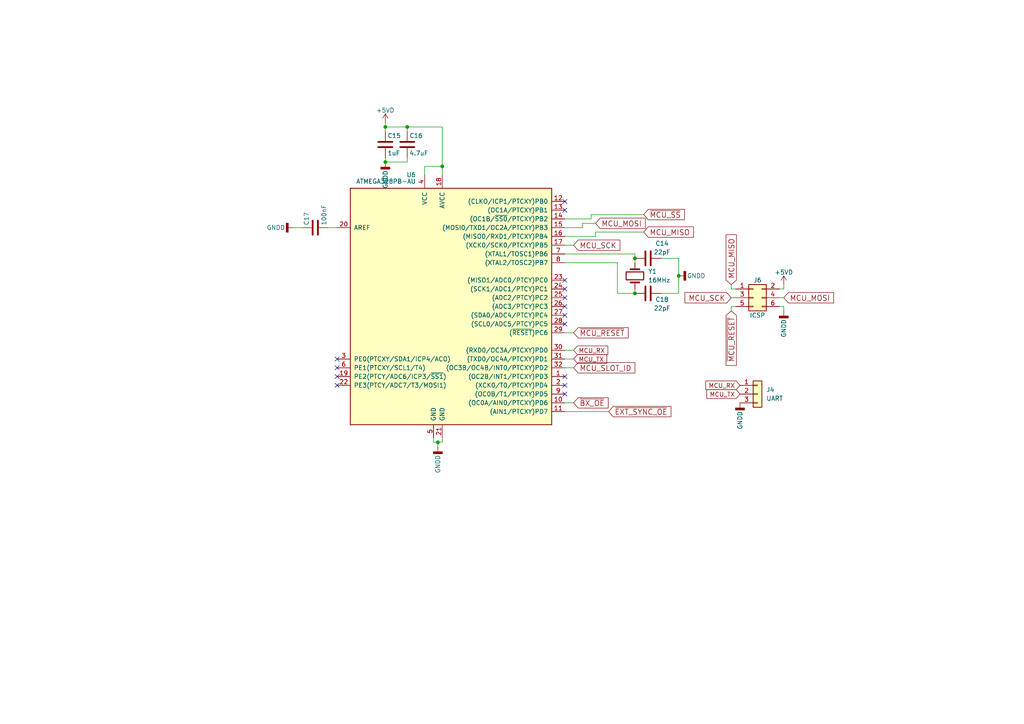
<source format=kicad_sch>
(kicad_sch
	(version 20231120)
	(generator "eeschema")
	(generator_version "8.0")
	(uuid "45eb3544-905f-4725-b381-13643c666bcc")
	(paper "A4")
	(title_block
		(title "BKM-129X Compatible full, onboard MCU")
		(rev "B")
	)
	(lib_symbols
		(symbol "Connector_Generic:Conn_01x03"
			(pin_names
				(offset 1.016) hide)
			(exclude_from_sim no)
			(in_bom yes)
			(on_board yes)
			(property "Reference" "J"
				(at 0 5.08 0)
				(effects
					(font
						(size 1.27 1.27)
					)
				)
			)
			(property "Value" "Conn_01x03"
				(at 0 -5.08 0)
				(effects
					(font
						(size 1.27 1.27)
					)
				)
			)
			(property "Footprint" ""
				(at 0 0 0)
				(effects
					(font
						(size 1.27 1.27)
					)
					(hide yes)
				)
			)
			(property "Datasheet" "~"
				(at 0 0 0)
				(effects
					(font
						(size 1.27 1.27)
					)
					(hide yes)
				)
			)
			(property "Description" "Generic connector, single row, 01x03, script generated (kicad-library-utils/schlib/autogen/connector/)"
				(at 0 0 0)
				(effects
					(font
						(size 1.27 1.27)
					)
					(hide yes)
				)
			)
			(property "ki_keywords" "connector"
				(at 0 0 0)
				(effects
					(font
						(size 1.27 1.27)
					)
					(hide yes)
				)
			)
			(property "ki_fp_filters" "Connector*:*_1x??_*"
				(at 0 0 0)
				(effects
					(font
						(size 1.27 1.27)
					)
					(hide yes)
				)
			)
			(symbol "Conn_01x03_1_1"
				(rectangle
					(start -1.27 -2.413)
					(end 0 -2.667)
					(stroke
						(width 0.1524)
						(type default)
					)
					(fill
						(type none)
					)
				)
				(rectangle
					(start -1.27 0.127)
					(end 0 -0.127)
					(stroke
						(width 0.1524)
						(type default)
					)
					(fill
						(type none)
					)
				)
				(rectangle
					(start -1.27 2.667)
					(end 0 2.413)
					(stroke
						(width 0.1524)
						(type default)
					)
					(fill
						(type none)
					)
				)
				(rectangle
					(start -1.27 3.81)
					(end 1.27 -3.81)
					(stroke
						(width 0.254)
						(type default)
					)
					(fill
						(type background)
					)
				)
				(pin passive line
					(at -5.08 2.54 0)
					(length 3.81)
					(name "Pin_1"
						(effects
							(font
								(size 1.27 1.27)
							)
						)
					)
					(number "1"
						(effects
							(font
								(size 1.27 1.27)
							)
						)
					)
				)
				(pin passive line
					(at -5.08 0 0)
					(length 3.81)
					(name "Pin_2"
						(effects
							(font
								(size 1.27 1.27)
							)
						)
					)
					(number "2"
						(effects
							(font
								(size 1.27 1.27)
							)
						)
					)
				)
				(pin passive line
					(at -5.08 -2.54 0)
					(length 3.81)
					(name "Pin_3"
						(effects
							(font
								(size 1.27 1.27)
							)
						)
					)
					(number "3"
						(effects
							(font
								(size 1.27 1.27)
							)
						)
					)
				)
			)
		)
		(symbol "Device:C"
			(pin_numbers hide)
			(pin_names
				(offset 0.254)
			)
			(exclude_from_sim no)
			(in_bom yes)
			(on_board yes)
			(property "Reference" "C"
				(at 0.635 2.54 0)
				(effects
					(font
						(size 1.27 1.27)
					)
					(justify left)
				)
			)
			(property "Value" "C"
				(at 0.635 -2.54 0)
				(effects
					(font
						(size 1.27 1.27)
					)
					(justify left)
				)
			)
			(property "Footprint" ""
				(at 0.9652 -3.81 0)
				(effects
					(font
						(size 1.27 1.27)
					)
					(hide yes)
				)
			)
			(property "Datasheet" "~"
				(at 0 0 0)
				(effects
					(font
						(size 1.27 1.27)
					)
					(hide yes)
				)
			)
			(property "Description" "Unpolarized capacitor"
				(at 0 0 0)
				(effects
					(font
						(size 1.27 1.27)
					)
					(hide yes)
				)
			)
			(property "ki_keywords" "cap capacitor"
				(at 0 0 0)
				(effects
					(font
						(size 1.27 1.27)
					)
					(hide yes)
				)
			)
			(property "ki_fp_filters" "C_*"
				(at 0 0 0)
				(effects
					(font
						(size 1.27 1.27)
					)
					(hide yes)
				)
			)
			(symbol "C_0_1"
				(polyline
					(pts
						(xy -2.032 -0.762) (xy 2.032 -0.762)
					)
					(stroke
						(width 0.508)
						(type default)
					)
					(fill
						(type none)
					)
				)
				(polyline
					(pts
						(xy -2.032 0.762) (xy 2.032 0.762)
					)
					(stroke
						(width 0.508)
						(type default)
					)
					(fill
						(type none)
					)
				)
			)
			(symbol "C_1_1"
				(pin passive line
					(at 0 3.81 270)
					(length 2.794)
					(name "~"
						(effects
							(font
								(size 1.27 1.27)
							)
						)
					)
					(number "1"
						(effects
							(font
								(size 1.27 1.27)
							)
						)
					)
				)
				(pin passive line
					(at 0 -3.81 90)
					(length 2.794)
					(name "~"
						(effects
							(font
								(size 1.27 1.27)
							)
						)
					)
					(number "2"
						(effects
							(font
								(size 1.27 1.27)
							)
						)
					)
				)
			)
		)
		(symbol "Device:Crystal"
			(pin_numbers hide)
			(pin_names
				(offset 1.016) hide)
			(exclude_from_sim no)
			(in_bom yes)
			(on_board yes)
			(property "Reference" "Y"
				(at 0 3.81 0)
				(effects
					(font
						(size 1.27 1.27)
					)
				)
			)
			(property "Value" "Crystal"
				(at 0 -3.81 0)
				(effects
					(font
						(size 1.27 1.27)
					)
				)
			)
			(property "Footprint" ""
				(at 0 0 0)
				(effects
					(font
						(size 1.27 1.27)
					)
					(hide yes)
				)
			)
			(property "Datasheet" "~"
				(at 0 0 0)
				(effects
					(font
						(size 1.27 1.27)
					)
					(hide yes)
				)
			)
			(property "Description" "Two pin crystal"
				(at 0 0 0)
				(effects
					(font
						(size 1.27 1.27)
					)
					(hide yes)
				)
			)
			(property "ki_keywords" "quartz ceramic resonator oscillator"
				(at 0 0 0)
				(effects
					(font
						(size 1.27 1.27)
					)
					(hide yes)
				)
			)
			(property "ki_fp_filters" "Crystal*"
				(at 0 0 0)
				(effects
					(font
						(size 1.27 1.27)
					)
					(hide yes)
				)
			)
			(symbol "Crystal_0_1"
				(rectangle
					(start -1.143 2.54)
					(end 1.143 -2.54)
					(stroke
						(width 0.3048)
						(type default)
					)
					(fill
						(type none)
					)
				)
				(polyline
					(pts
						(xy -2.54 0) (xy -1.905 0)
					)
					(stroke
						(width 0)
						(type default)
					)
					(fill
						(type none)
					)
				)
				(polyline
					(pts
						(xy -1.905 -1.27) (xy -1.905 1.27)
					)
					(stroke
						(width 0.508)
						(type default)
					)
					(fill
						(type none)
					)
				)
				(polyline
					(pts
						(xy 1.905 -1.27) (xy 1.905 1.27)
					)
					(stroke
						(width 0.508)
						(type default)
					)
					(fill
						(type none)
					)
				)
				(polyline
					(pts
						(xy 2.54 0) (xy 1.905 0)
					)
					(stroke
						(width 0)
						(type default)
					)
					(fill
						(type none)
					)
				)
			)
			(symbol "Crystal_1_1"
				(pin passive line
					(at -3.81 0 0)
					(length 1.27)
					(name "1"
						(effects
							(font
								(size 1.27 1.27)
							)
						)
					)
					(number "1"
						(effects
							(font
								(size 1.27 1.27)
							)
						)
					)
				)
				(pin passive line
					(at 3.81 0 180)
					(length 1.27)
					(name "2"
						(effects
							(font
								(size 1.27 1.27)
							)
						)
					)
					(number "2"
						(effects
							(font
								(size 1.27 1.27)
							)
						)
					)
				)
			)
		)
		(symbol "bkm-129x-scart-vga-rescue:+5VD-power"
			(power)
			(pin_names
				(offset 0)
			)
			(exclude_from_sim no)
			(in_bom yes)
			(on_board yes)
			(property "Reference" "#PWR"
				(at 0 -3.81 0)
				(effects
					(font
						(size 1.27 1.27)
					)
					(hide yes)
				)
			)
			(property "Value" "power_+5VD"
				(at 0 3.556 0)
				(effects
					(font
						(size 1.27 1.27)
					)
				)
			)
			(property "Footprint" ""
				(at 0 0 0)
				(effects
					(font
						(size 1.27 1.27)
					)
					(hide yes)
				)
			)
			(property "Datasheet" ""
				(at 0 0 0)
				(effects
					(font
						(size 1.27 1.27)
					)
					(hide yes)
				)
			)
			(property "Description" ""
				(at 0 0 0)
				(effects
					(font
						(size 1.27 1.27)
					)
					(hide yes)
				)
			)
			(symbol "+5VD-power_0_1"
				(polyline
					(pts
						(xy -0.762 1.27) (xy 0 2.54)
					)
					(stroke
						(width 0)
						(type solid)
					)
					(fill
						(type none)
					)
				)
				(polyline
					(pts
						(xy 0 0) (xy 0 2.54)
					)
					(stroke
						(width 0)
						(type solid)
					)
					(fill
						(type none)
					)
				)
				(polyline
					(pts
						(xy 0 2.54) (xy 0.762 1.27)
					)
					(stroke
						(width 0)
						(type solid)
					)
					(fill
						(type none)
					)
				)
			)
			(symbol "+5VD-power_1_1"
				(pin power_in line
					(at 0 0 90)
					(length 0) hide
					(name "+5VD"
						(effects
							(font
								(size 1.27 1.27)
							)
						)
					)
					(number "1"
						(effects
							(font
								(size 1.27 1.27)
							)
						)
					)
				)
			)
		)
		(symbol "bkm-129x-scart-vga-rescue:ATMEGA328PB-AU"
			(pin_names
				(offset 1.016)
			)
			(exclude_from_sim no)
			(in_bom yes)
			(on_board yes)
			(property "Reference" "U"
				(at -10.16 37.465 0)
				(effects
					(font
						(size 1.27 1.27)
					)
					(justify right bottom)
				)
			)
			(property "Value" "ATMEGA328PB-AU"
				(at -10.16 35.56 0)
				(effects
					(font
						(size 1.27 1.27)
					)
					(justify right bottom)
				)
			)
			(property "Footprint" "Housings_QFP:TQFP-32_7x7mm_Pitch0.8mm"
				(at -1.27 -35.56 0)
				(effects
					(font
						(size 1.27 1.27)
						(italic yes)
					)
					(justify left)
					(hide yes)
				)
			)
			(property "Datasheet" ""
				(at -7.62 1.27 0)
				(effects
					(font
						(size 1.27 1.27)
					)
					(hide yes)
				)
			)
			(property "Description" ""
				(at 0 0 0)
				(effects
					(font
						(size 1.27 1.27)
					)
					(hide yes)
				)
			)
			(property "ki_fp_filters" "TQFP-32*7x7mm*Pitch0.8mm*"
				(at 0 0 0)
				(effects
					(font
						(size 1.27 1.27)
					)
					(hide yes)
				)
			)
			(symbol "ATMEGA328PB-AU_0_1"
				(rectangle
					(start -29.21 34.29)
					(end 29.21 -34.29)
					(stroke
						(width 0.254)
						(type solid)
					)
					(fill
						(type background)
					)
				)
			)
			(symbol "ATMEGA328PB-AU_1_1"
				(pin bidirectional line
					(at 33.02 -20.32 180)
					(length 3.81)
					(name "(OC2B/INT1/PTCXY)PD3"
						(effects
							(font
								(size 1.27 1.27)
							)
						)
					)
					(number "1"
						(effects
							(font
								(size 1.27 1.27)
							)
						)
					)
				)
				(pin bidirectional line
					(at 33.02 -27.94 180)
					(length 3.81)
					(name "(OC0A/AIN0/PTCXY)PD6"
						(effects
							(font
								(size 1.27 1.27)
							)
						)
					)
					(number "10"
						(effects
							(font
								(size 1.27 1.27)
							)
						)
					)
				)
				(pin bidirectional line
					(at 33.02 -30.48 180)
					(length 3.81)
					(name "(AIN1/PTCXY)PD7"
						(effects
							(font
								(size 1.27 1.27)
							)
						)
					)
					(number "11"
						(effects
							(font
								(size 1.27 1.27)
							)
						)
					)
				)
				(pin bidirectional line
					(at 33.02 30.48 180)
					(length 3.81)
					(name "(CLKO/ICP1/PTCXY)PB0"
						(effects
							(font
								(size 1.27 1.27)
							)
						)
					)
					(number "12"
						(effects
							(font
								(size 1.27 1.27)
							)
						)
					)
				)
				(pin bidirectional line
					(at 33.02 27.94 180)
					(length 3.81)
					(name "(OC1A/PTCXY)PB1"
						(effects
							(font
								(size 1.27 1.27)
							)
						)
					)
					(number "13"
						(effects
							(font
								(size 1.27 1.27)
							)
						)
					)
				)
				(pin bidirectional line
					(at 33.02 25.4 180)
					(length 3.81)
					(name "(OC1B/~{SS0}/PTCXY)PB2"
						(effects
							(font
								(size 1.27 1.27)
							)
						)
					)
					(number "14"
						(effects
							(font
								(size 1.27 1.27)
							)
						)
					)
				)
				(pin bidirectional line
					(at 33.02 22.86 180)
					(length 3.81)
					(name "(MOSI0/TXD1/OC2A/PTCXY)PB3"
						(effects
							(font
								(size 1.27 1.27)
							)
						)
					)
					(number "15"
						(effects
							(font
								(size 1.27 1.27)
							)
						)
					)
				)
				(pin bidirectional line
					(at 33.02 20.32 180)
					(length 3.81)
					(name "(MISO0/RXD1/PTCXY)PB4"
						(effects
							(font
								(size 1.27 1.27)
							)
						)
					)
					(number "16"
						(effects
							(font
								(size 1.27 1.27)
							)
						)
					)
				)
				(pin bidirectional line
					(at 33.02 17.78 180)
					(length 3.81)
					(name "(XCK0/SCK0/PTCXY)PB5"
						(effects
							(font
								(size 1.27 1.27)
							)
						)
					)
					(number "17"
						(effects
							(font
								(size 1.27 1.27)
							)
						)
					)
				)
				(pin power_in line
					(at -2.54 38.1 270)
					(length 3.81)
					(name "AVCC"
						(effects
							(font
								(size 1.27 1.27)
							)
						)
					)
					(number "18"
						(effects
							(font
								(size 1.27 1.27)
							)
						)
					)
				)
				(pin bidirectional line
					(at -33.02 -20.32 0)
					(length 3.81)
					(name "PE2(PTCY/ADC6/ICP3/~{SS1})"
						(effects
							(font
								(size 1.27 1.27)
							)
						)
					)
					(number "19"
						(effects
							(font
								(size 1.27 1.27)
							)
						)
					)
				)
				(pin bidirectional line
					(at 33.02 -22.86 180)
					(length 3.81)
					(name "(XCK0/T0/PTCXY)PD4"
						(effects
							(font
								(size 1.27 1.27)
							)
						)
					)
					(number "2"
						(effects
							(font
								(size 1.27 1.27)
							)
						)
					)
				)
				(pin bidirectional line
					(at -33.02 22.86 0)
					(length 3.81)
					(name "AREF"
						(effects
							(font
								(size 1.27 1.27)
							)
						)
					)
					(number "20"
						(effects
							(font
								(size 1.27 1.27)
							)
						)
					)
				)
				(pin power_in line
					(at -2.54 -38.1 90)
					(length 3.81)
					(name "GND"
						(effects
							(font
								(size 1.27 1.27)
							)
						)
					)
					(number "21"
						(effects
							(font
								(size 1.27 1.27)
							)
						)
					)
				)
				(pin bidirectional line
					(at -33.02 -22.86 0)
					(length 3.81)
					(name "PE3(PTCY/ADC7/T3/MOSI1)"
						(effects
							(font
								(size 1.27 1.27)
							)
						)
					)
					(number "22"
						(effects
							(font
								(size 1.27 1.27)
							)
						)
					)
				)
				(pin bidirectional line
					(at 33.02 7.62 180)
					(length 3.81)
					(name "(MISO1/ADC0/PTCY)PC0"
						(effects
							(font
								(size 1.27 1.27)
							)
						)
					)
					(number "23"
						(effects
							(font
								(size 1.27 1.27)
							)
						)
					)
				)
				(pin bidirectional line
					(at 33.02 5.08 180)
					(length 3.81)
					(name "(SCK1/ADC1/PTCY)PC1"
						(effects
							(font
								(size 1.27 1.27)
							)
						)
					)
					(number "24"
						(effects
							(font
								(size 1.27 1.27)
							)
						)
					)
				)
				(pin bidirectional line
					(at 33.02 2.54 180)
					(length 3.81)
					(name "(ADC2/PTCY)PC2"
						(effects
							(font
								(size 1.27 1.27)
							)
						)
					)
					(number "25"
						(effects
							(font
								(size 1.27 1.27)
							)
						)
					)
				)
				(pin bidirectional line
					(at 33.02 0 180)
					(length 3.81)
					(name "(ADC3/PTCY)PC3"
						(effects
							(font
								(size 1.27 1.27)
							)
						)
					)
					(number "26"
						(effects
							(font
								(size 1.27 1.27)
							)
						)
					)
				)
				(pin bidirectional line
					(at 33.02 -2.54 180)
					(length 3.81)
					(name "(SDA0/ADC4/PTCY)PC4"
						(effects
							(font
								(size 1.27 1.27)
							)
						)
					)
					(number "27"
						(effects
							(font
								(size 1.27 1.27)
							)
						)
					)
				)
				(pin bidirectional line
					(at 33.02 -5.08 180)
					(length 3.81)
					(name "(SCL0/ADC5/PTCY)PC5"
						(effects
							(font
								(size 1.27 1.27)
							)
						)
					)
					(number "28"
						(effects
							(font
								(size 1.27 1.27)
							)
						)
					)
				)
				(pin bidirectional line
					(at 33.02 -7.62 180)
					(length 3.81)
					(name "(~{RESET})PC6"
						(effects
							(font
								(size 1.27 1.27)
							)
						)
					)
					(number "29"
						(effects
							(font
								(size 1.27 1.27)
							)
						)
					)
				)
				(pin bidirectional line
					(at -33.02 -15.24 0)
					(length 3.81)
					(name "PE0(PTCXY/SDA1/ICP4/ACO)"
						(effects
							(font
								(size 1.27 1.27)
							)
						)
					)
					(number "3"
						(effects
							(font
								(size 1.27 1.27)
							)
						)
					)
				)
				(pin bidirectional line
					(at 33.02 -12.7 180)
					(length 3.81)
					(name "(RXD0/OC3A/PTCXY)PD0"
						(effects
							(font
								(size 1.27 1.27)
							)
						)
					)
					(number "30"
						(effects
							(font
								(size 1.27 1.27)
							)
						)
					)
				)
				(pin bidirectional line
					(at 33.02 -15.24 180)
					(length 3.81)
					(name "(TXD0/OC4A/PTCXY)PD1"
						(effects
							(font
								(size 1.27 1.27)
							)
						)
					)
					(number "31"
						(effects
							(font
								(size 1.27 1.27)
							)
						)
					)
				)
				(pin bidirectional line
					(at 33.02 -17.78 180)
					(length 3.81)
					(name "(OC3B/OC4B/INT0/PTCXY)PD2"
						(effects
							(font
								(size 1.27 1.27)
							)
						)
					)
					(number "32"
						(effects
							(font
								(size 1.27 1.27)
							)
						)
					)
				)
				(pin power_in line
					(at -7.62 38.1 270)
					(length 3.81)
					(name "VCC"
						(effects
							(font
								(size 1.27 1.27)
							)
						)
					)
					(number "4"
						(effects
							(font
								(size 1.27 1.27)
							)
						)
					)
				)
				(pin power_in line
					(at -5.08 -38.1 90)
					(length 3.81)
					(name "GND"
						(effects
							(font
								(size 1.27 1.27)
							)
						)
					)
					(number "5"
						(effects
							(font
								(size 1.27 1.27)
							)
						)
					)
				)
				(pin bidirectional line
					(at -33.02 -17.78 0)
					(length 3.81)
					(name "PE1(PTCXY/SCL1/T4)"
						(effects
							(font
								(size 1.27 1.27)
							)
						)
					)
					(number "6"
						(effects
							(font
								(size 1.27 1.27)
							)
						)
					)
				)
				(pin bidirectional line
					(at 33.02 15.24 180)
					(length 3.81)
					(name "(XTAL1/TOSC1)PB6"
						(effects
							(font
								(size 1.27 1.27)
							)
						)
					)
					(number "7"
						(effects
							(font
								(size 1.27 1.27)
							)
						)
					)
				)
				(pin bidirectional line
					(at 33.02 12.7 180)
					(length 3.81)
					(name "(XTAL2/TOSC2)PB7"
						(effects
							(font
								(size 1.27 1.27)
							)
						)
					)
					(number "8"
						(effects
							(font
								(size 1.27 1.27)
							)
						)
					)
				)
				(pin bidirectional line
					(at 33.02 -25.4 180)
					(length 3.81)
					(name "(OC0B/T1/PTCXY)PD5"
						(effects
							(font
								(size 1.27 1.27)
							)
						)
					)
					(number "9"
						(effects
							(font
								(size 1.27 1.27)
							)
						)
					)
				)
			)
		)
		(symbol "bkm-129x-scart-vga-rescue:C"
			(pin_numbers hide)
			(pin_names
				(offset 0.254)
			)
			(exclude_from_sim no)
			(in_bom yes)
			(on_board yes)
			(property "Reference" "C"
				(at 0.635 2.54 0)
				(effects
					(font
						(size 1.27 1.27)
					)
					(justify left)
				)
			)
			(property "Value" "C"
				(at 0.635 -2.54 0)
				(effects
					(font
						(size 1.27 1.27)
					)
					(justify left)
				)
			)
			(property "Footprint" ""
				(at 0.9652 -3.81 0)
				(effects
					(font
						(size 1.27 1.27)
					)
					(hide yes)
				)
			)
			(property "Datasheet" ""
				(at 0 0 0)
				(effects
					(font
						(size 1.27 1.27)
					)
					(hide yes)
				)
			)
			(property "Description" ""
				(at 0 0 0)
				(effects
					(font
						(size 1.27 1.27)
					)
					(hide yes)
				)
			)
			(property "ki_fp_filters" "C_*"
				(at 0 0 0)
				(effects
					(font
						(size 1.27 1.27)
					)
					(hide yes)
				)
			)
			(symbol "C_0_1"
				(polyline
					(pts
						(xy -2.032 -0.762) (xy 2.032 -0.762)
					)
					(stroke
						(width 0.508)
						(type solid)
					)
					(fill
						(type none)
					)
				)
				(polyline
					(pts
						(xy -2.032 0.762) (xy 2.032 0.762)
					)
					(stroke
						(width 0.508)
						(type solid)
					)
					(fill
						(type none)
					)
				)
			)
			(symbol "C_1_1"
				(pin passive line
					(at 0 3.81 270)
					(length 2.794)
					(name "~"
						(effects
							(font
								(size 1.27 1.27)
							)
						)
					)
					(number "1"
						(effects
							(font
								(size 1.27 1.27)
							)
						)
					)
				)
				(pin passive line
					(at 0 -3.81 90)
					(length 2.794)
					(name "~"
						(effects
							(font
								(size 1.27 1.27)
							)
						)
					)
					(number "2"
						(effects
							(font
								(size 1.27 1.27)
							)
						)
					)
				)
			)
		)
		(symbol "bkm-129x-scart-vga-rescue:Conn_02x03_Odd_Even"
			(pin_names
				(offset 1.016) hide)
			(exclude_from_sim no)
			(in_bom yes)
			(on_board yes)
			(property "Reference" "J"
				(at 1.27 5.08 0)
				(effects
					(font
						(size 1.27 1.27)
					)
				)
			)
			(property "Value" "Conn_02x03_Odd_Even"
				(at 1.27 -5.08 0)
				(effects
					(font
						(size 1.27 1.27)
					)
				)
			)
			(property "Footprint" ""
				(at 0 0 0)
				(effects
					(font
						(size 1.27 1.27)
					)
					(hide yes)
				)
			)
			(property "Datasheet" ""
				(at 0 0 0)
				(effects
					(font
						(size 1.27 1.27)
					)
					(hide yes)
				)
			)
			(property "Description" ""
				(at 0 0 0)
				(effects
					(font
						(size 1.27 1.27)
					)
					(hide yes)
				)
			)
			(property "ki_fp_filters" "Connector*:*2x??x*mm* Connector*:*2x???Pitch* Pin_Header_Straight_2X* Pin_Header_Angled_2X* Socket_Strip_Straight_2X* Socket_Strip_Angled_2X*"
				(at 0 0 0)
				(effects
					(font
						(size 1.27 1.27)
					)
					(hide yes)
				)
			)
			(symbol "Conn_02x03_Odd_Even_1_1"
				(rectangle
					(start -1.27 -2.413)
					(end 0 -2.667)
					(stroke
						(width 0.1524)
						(type solid)
					)
					(fill
						(type none)
					)
				)
				(rectangle
					(start -1.27 0.127)
					(end 0 -0.127)
					(stroke
						(width 0.1524)
						(type solid)
					)
					(fill
						(type none)
					)
				)
				(rectangle
					(start -1.27 2.667)
					(end 0 2.413)
					(stroke
						(width 0.1524)
						(type solid)
					)
					(fill
						(type none)
					)
				)
				(rectangle
					(start -1.27 3.81)
					(end 3.81 -3.81)
					(stroke
						(width 0.254)
						(type solid)
					)
					(fill
						(type background)
					)
				)
				(rectangle
					(start 3.81 -2.413)
					(end 2.54 -2.667)
					(stroke
						(width 0.1524)
						(type solid)
					)
					(fill
						(type none)
					)
				)
				(rectangle
					(start 3.81 0.127)
					(end 2.54 -0.127)
					(stroke
						(width 0.1524)
						(type solid)
					)
					(fill
						(type none)
					)
				)
				(rectangle
					(start 3.81 2.667)
					(end 2.54 2.413)
					(stroke
						(width 0.1524)
						(type solid)
					)
					(fill
						(type none)
					)
				)
				(pin passive line
					(at -5.08 2.54 0)
					(length 3.81)
					(name "Pin_1"
						(effects
							(font
								(size 1.27 1.27)
							)
						)
					)
					(number "1"
						(effects
							(font
								(size 1.27 1.27)
							)
						)
					)
				)
				(pin passive line
					(at 7.62 2.54 180)
					(length 3.81)
					(name "Pin_2"
						(effects
							(font
								(size 1.27 1.27)
							)
						)
					)
					(number "2"
						(effects
							(font
								(size 1.27 1.27)
							)
						)
					)
				)
				(pin passive line
					(at -5.08 0 0)
					(length 3.81)
					(name "Pin_3"
						(effects
							(font
								(size 1.27 1.27)
							)
						)
					)
					(number "3"
						(effects
							(font
								(size 1.27 1.27)
							)
						)
					)
				)
				(pin passive line
					(at 7.62 0 180)
					(length 3.81)
					(name "Pin_4"
						(effects
							(font
								(size 1.27 1.27)
							)
						)
					)
					(number "4"
						(effects
							(font
								(size 1.27 1.27)
							)
						)
					)
				)
				(pin passive line
					(at -5.08 -2.54 0)
					(length 3.81)
					(name "Pin_5"
						(effects
							(font
								(size 1.27 1.27)
							)
						)
					)
					(number "5"
						(effects
							(font
								(size 1.27 1.27)
							)
						)
					)
				)
				(pin passive line
					(at 7.62 -2.54 180)
					(length 3.81)
					(name "Pin_6"
						(effects
							(font
								(size 1.27 1.27)
							)
						)
					)
					(number "6"
						(effects
							(font
								(size 1.27 1.27)
							)
						)
					)
				)
			)
		)
		(symbol "bkm-129x-scart-vga-rescue:GNDD-power"
			(power)
			(pin_names
				(offset 0)
			)
			(exclude_from_sim no)
			(in_bom yes)
			(on_board yes)
			(property "Reference" "#PWR"
				(at 0 -6.35 0)
				(effects
					(font
						(size 1.27 1.27)
					)
					(hide yes)
				)
			)
			(property "Value" "power_GNDD"
				(at 0 -3.175 0)
				(effects
					(font
						(size 1.27 1.27)
					)
				)
			)
			(property "Footprint" ""
				(at 0 0 0)
				(effects
					(font
						(size 1.27 1.27)
					)
					(hide yes)
				)
			)
			(property "Datasheet" ""
				(at 0 0 0)
				(effects
					(font
						(size 1.27 1.27)
					)
					(hide yes)
				)
			)
			(property "Description" ""
				(at 0 0 0)
				(effects
					(font
						(size 1.27 1.27)
					)
					(hide yes)
				)
			)
			(symbol "GNDD-power_0_1"
				(rectangle
					(start -1.27 -1.524)
					(end 1.27 -2.032)
					(stroke
						(width 0.254)
						(type solid)
					)
					(fill
						(type outline)
					)
				)
				(polyline
					(pts
						(xy 0 0) (xy 0 -1.524)
					)
					(stroke
						(width 0)
						(type solid)
					)
					(fill
						(type none)
					)
				)
			)
			(symbol "GNDD-power_1_1"
				(pin power_in line
					(at 0 0 270)
					(length 0) hide
					(name "GNDD"
						(effects
							(font
								(size 1.27 1.27)
							)
						)
					)
					(number "1"
						(effects
							(font
								(size 1.27 1.27)
							)
						)
					)
				)
			)
		)
	)
	(junction
		(at 111.76 36.83)
		(diameter 0)
		(color 0 0 0 0)
		(uuid "030a286a-a13f-4f1f-926a-ef2d25e22cd0")
	)
	(junction
		(at 128.27 48.26)
		(diameter 0)
		(color 0 0 0 0)
		(uuid "10eedb44-0800-4075-a165-4df211745620")
	)
	(junction
		(at 184.15 85.09)
		(diameter 0)
		(color 0 0 0 0)
		(uuid "35f0d1ff-8b31-4128-b8b2-b3cfd72b099c")
	)
	(junction
		(at 127 128.27)
		(diameter 0)
		(color 0 0 0 0)
		(uuid "44778c93-3ba8-48d6-a85f-afeae298b2b3")
	)
	(junction
		(at 118.11 36.83)
		(diameter 0)
		(color 0 0 0 0)
		(uuid "4518ba04-9432-4d42-93ad-a4c4f39ae775")
	)
	(junction
		(at 111.76 46.99)
		(diameter 0)
		(color 0 0 0 0)
		(uuid "4f1e1536-2010-435f-9515-bb5217459a70")
	)
	(junction
		(at 196.85 80.01)
		(diameter 0)
		(color 0 0 0 0)
		(uuid "70adc335-9249-4e63-b9ec-839e21126e8d")
	)
	(junction
		(at 184.15 74.93)
		(diameter 0)
		(color 0 0 0 0)
		(uuid "f10c489e-1500-451d-b6f8-ef0783e7694c")
	)
	(no_connect
		(at 163.83 86.36)
		(uuid "0614b6c9-5693-4191-95a2-92d281d8e6df")
	)
	(no_connect
		(at 97.79 104.14)
		(uuid "0cba4d0c-1eda-43c5-8588-511538d8d733")
	)
	(no_connect
		(at 163.83 93.98)
		(uuid "1738e48f-8fe3-43e0-ae0d-eddf8040e3dd")
	)
	(no_connect
		(at 163.83 60.96)
		(uuid "4b937a91-0044-40d2-bc87-9afccd8e2a9b")
	)
	(no_connect
		(at 163.83 109.22)
		(uuid "5cd19fb2-98c5-44c3-a98c-19b1cbe8abd2")
	)
	(no_connect
		(at 97.79 106.68)
		(uuid "84064406-444b-4fef-bc97-6a0c8de9e828")
	)
	(no_connect
		(at 163.83 88.9)
		(uuid "85fa8e6e-e04e-4f02-9625-510f3ef6b525")
	)
	(no_connect
		(at 163.83 111.76)
		(uuid "98bb905d-8bc5-453a-8e6e-6aace416b13c")
	)
	(no_connect
		(at 163.83 58.42)
		(uuid "ae8f3121-de63-4299-9e99-cf2f59d9a68d")
	)
	(no_connect
		(at 163.83 91.44)
		(uuid "bc01563a-4bb0-4636-ac74-2878a4e39984")
	)
	(no_connect
		(at 163.83 83.82)
		(uuid "c13f421e-5a33-45cf-af43-113ebeafcdef")
	)
	(no_connect
		(at 163.83 81.28)
		(uuid "c65e3ecb-7a83-41e9-8a37-ca08de5628db")
	)
	(no_connect
		(at 163.83 114.3)
		(uuid "ccf33790-9bbc-4738-a4a8-a8fe735d388d")
	)
	(no_connect
		(at 97.79 109.22)
		(uuid "e1c2a5fd-e6f2-49e5-becc-58743d12df8d")
	)
	(no_connect
		(at 97.79 111.76)
		(uuid "ee9ebf6c-dfc5-4e0c-a0bd-9d7b377b01f6")
	)
	(wire
		(pts
			(xy 172.72 67.31) (xy 186.69 67.31)
		)
		(stroke
			(width 0)
			(type default)
		)
		(uuid "0533f166-5ca3-4851-8d46-dbf351cd258a")
	)
	(wire
		(pts
			(xy 127 128.27) (xy 127 129.54)
		)
		(stroke
			(width 0)
			(type default)
		)
		(uuid "0f906f65-1e18-40b3-bf47-5ab9de9402db")
	)
	(wire
		(pts
			(xy 111.76 36.83) (xy 111.76 38.1)
		)
		(stroke
			(width 0)
			(type default)
		)
		(uuid "16f81019-67d5-476b-969e-0e95768e8019")
	)
	(wire
		(pts
			(xy 212.09 82.55) (xy 212.09 83.82)
		)
		(stroke
			(width 0)
			(type default)
		)
		(uuid "1a2e4933-9613-4559-a44d-8b1cee554fbd")
	)
	(wire
		(pts
			(xy 227.33 88.9) (xy 227.33 90.17)
		)
		(stroke
			(width 0)
			(type default)
		)
		(uuid "24efc5d0-613a-4e52-a164-74e705ea0149")
	)
	(wire
		(pts
			(xy 118.11 46.99) (xy 118.11 45.72)
		)
		(stroke
			(width 0)
			(type default)
		)
		(uuid "252e442c-2d23-4de8-a120-a117b02cc5a9")
	)
	(wire
		(pts
			(xy 191.77 74.93) (xy 196.85 74.93)
		)
		(stroke
			(width 0)
			(type default)
		)
		(uuid "267fb122-5c3d-4411-9b54-5ffbb5a91a03")
	)
	(wire
		(pts
			(xy 128.27 128.27) (xy 128.27 127)
		)
		(stroke
			(width 0)
			(type default)
		)
		(uuid "2a2567d2-8d1f-4086-9a9e-0659f4406c32")
	)
	(wire
		(pts
			(xy 163.83 76.2) (xy 179.07 76.2)
		)
		(stroke
			(width 0)
			(type default)
		)
		(uuid "2b70c602-7670-4d83-a733-b18cf71e1066")
	)
	(wire
		(pts
			(xy 111.76 46.99) (xy 118.11 46.99)
		)
		(stroke
			(width 0)
			(type default)
		)
		(uuid "2ce2e15a-3836-4a24-bff5-a53ccbf22e54")
	)
	(wire
		(pts
			(xy 163.83 106.68) (xy 166.37 106.68)
		)
		(stroke
			(width 0)
			(type default)
		)
		(uuid "3cdfef72-e751-411d-bbb4-6dbe72083d5d")
	)
	(wire
		(pts
			(xy 196.85 85.09) (xy 196.85 80.01)
		)
		(stroke
			(width 0)
			(type default)
		)
		(uuid "3d2549d5-861f-4dff-bdb3-becc0d523b80")
	)
	(wire
		(pts
			(xy 118.11 36.83) (xy 118.11 38.1)
		)
		(stroke
			(width 0)
			(type default)
		)
		(uuid "3d502e44-a14e-40c3-b5a7-8f3583cfceb3")
	)
	(wire
		(pts
			(xy 163.83 119.38) (xy 176.53 119.38)
		)
		(stroke
			(width 0)
			(type default)
		)
		(uuid "41c529e7-7d39-4a91-bc0a-ed6986a54767")
	)
	(wire
		(pts
			(xy 166.37 104.14) (xy 163.83 104.14)
		)
		(stroke
			(width 0)
			(type default)
		)
		(uuid "4214fa5d-7fa8-4a6b-8a1c-8f5357d5ca72")
	)
	(wire
		(pts
			(xy 163.83 96.52) (xy 166.37 96.52)
		)
		(stroke
			(width 0)
			(type default)
		)
		(uuid "465d4eca-d206-4948-af0a-cce85aa6f5af")
	)
	(wire
		(pts
			(xy 179.07 76.2) (xy 179.07 85.09)
		)
		(stroke
			(width 0)
			(type default)
		)
		(uuid "46bfc64e-b689-46f2-b094-4c9c2b65b447")
	)
	(wire
		(pts
			(xy 95.25 66.04) (xy 97.79 66.04)
		)
		(stroke
			(width 0)
			(type default)
		)
		(uuid "495a8c0e-35ab-4e26-be61-8a028cef8bfd")
	)
	(wire
		(pts
			(xy 168.91 66.04) (xy 168.91 64.77)
		)
		(stroke
			(width 0)
			(type default)
		)
		(uuid "6008a2fc-c0b9-4d61-94d7-c8dc6585b4e3")
	)
	(wire
		(pts
			(xy 163.83 71.12) (xy 166.37 71.12)
		)
		(stroke
			(width 0)
			(type default)
		)
		(uuid "607b4e5d-fc62-4c18-9ea6-376b90d00e40")
	)
	(wire
		(pts
			(xy 111.76 36.83) (xy 118.11 36.83)
		)
		(stroke
			(width 0)
			(type default)
		)
		(uuid "6425f5bc-6255-4b67-83e1-6812310a7930")
	)
	(wire
		(pts
			(xy 226.06 88.9) (xy 227.33 88.9)
		)
		(stroke
			(width 0)
			(type default)
		)
		(uuid "7320b7d8-e1c3-4ef6-a3b1-2cd875f30e9d")
	)
	(wire
		(pts
			(xy 227.33 83.82) (xy 227.33 82.55)
		)
		(stroke
			(width 0)
			(type default)
		)
		(uuid "8482794c-f4be-4628-a82a-9fd25a9b230e")
	)
	(wire
		(pts
			(xy 212.09 90.17) (xy 212.09 88.9)
		)
		(stroke
			(width 0)
			(type default)
		)
		(uuid "84d0eecc-da2a-43a8-8f4b-cf13110d158e")
	)
	(wire
		(pts
			(xy 163.83 63.5) (xy 171.45 63.5)
		)
		(stroke
			(width 0)
			(type default)
		)
		(uuid "8a55d9df-22eb-4d63-b16c-21b6df36701f")
	)
	(wire
		(pts
			(xy 196.85 74.93) (xy 196.85 80.01)
		)
		(stroke
			(width 0)
			(type default)
		)
		(uuid "901d06d5-a15a-4330-83ad-67b6619f2393")
	)
	(wire
		(pts
			(xy 184.15 73.66) (xy 184.15 74.93)
		)
		(stroke
			(width 0)
			(type default)
		)
		(uuid "923f2f22-c6d7-447b-aca0-115051a13328")
	)
	(wire
		(pts
			(xy 171.45 63.5) (xy 171.45 62.23)
		)
		(stroke
			(width 0)
			(type default)
		)
		(uuid "9d0ab5b4-b561-44e2-8167-ff65cb93dded")
	)
	(wire
		(pts
			(xy 123.19 50.8) (xy 123.19 48.26)
		)
		(stroke
			(width 0)
			(type default)
		)
		(uuid "9de12fcc-d452-4435-886f-a549325a7dfd")
	)
	(wire
		(pts
			(xy 168.91 64.77) (xy 172.72 64.77)
		)
		(stroke
			(width 0)
			(type default)
		)
		(uuid "a01e97ce-e7c6-42d9-8e3d-2da838c160f1")
	)
	(wire
		(pts
			(xy 184.15 85.09) (xy 184.15 83.82)
		)
		(stroke
			(width 0)
			(type default)
		)
		(uuid "a04ca6af-c738-4d07-8062-d3c7a57c59da")
	)
	(wire
		(pts
			(xy 212.09 88.9) (xy 213.36 88.9)
		)
		(stroke
			(width 0)
			(type default)
		)
		(uuid "b267801e-e8d1-4562-9d69-d71837655377")
	)
	(wire
		(pts
			(xy 179.07 85.09) (xy 184.15 85.09)
		)
		(stroke
			(width 0)
			(type default)
		)
		(uuid "b313a905-d611-401e-ab9f-2e8b956e0ce8")
	)
	(wire
		(pts
			(xy 163.83 68.58) (xy 172.72 68.58)
		)
		(stroke
			(width 0)
			(type default)
		)
		(uuid "b32c5c25-dcfd-4ef9-8e7d-7ba86acffe2c")
	)
	(wire
		(pts
			(xy 111.76 46.99) (xy 111.76 45.72)
		)
		(stroke
			(width 0)
			(type default)
		)
		(uuid "b5eeef37-26d6-4aba-ac36-c2aad1628f84")
	)
	(wire
		(pts
			(xy 128.27 48.26) (xy 128.27 50.8)
		)
		(stroke
			(width 0)
			(type default)
		)
		(uuid "bb08b506-52a7-43f0-a2a4-e8112a5f605a")
	)
	(wire
		(pts
			(xy 212.09 83.82) (xy 213.36 83.82)
		)
		(stroke
			(width 0)
			(type default)
		)
		(uuid "bd5875e6-d662-43ab-9379-68a67573a7bc")
	)
	(wire
		(pts
			(xy 226.06 83.82) (xy 227.33 83.82)
		)
		(stroke
			(width 0)
			(type default)
		)
		(uuid "c104a98b-a2f0-469e-b33c-324ac0307595")
	)
	(wire
		(pts
			(xy 127 128.27) (xy 128.27 128.27)
		)
		(stroke
			(width 0)
			(type default)
		)
		(uuid "c1ae46a3-dc26-4f09-b226-11470a691a2e")
	)
	(wire
		(pts
			(xy 111.76 35.56) (xy 111.76 36.83)
		)
		(stroke
			(width 0)
			(type default)
		)
		(uuid "c52e0717-2006-4a2a-bf59-26c7737b43ab")
	)
	(wire
		(pts
			(xy 128.27 36.83) (xy 128.27 48.26)
		)
		(stroke
			(width 0)
			(type default)
		)
		(uuid "c5b9fd5f-ddfb-486d-987d-3234010c54d3")
	)
	(wire
		(pts
			(xy 85.09 66.04) (xy 87.63 66.04)
		)
		(stroke
			(width 0)
			(type default)
		)
		(uuid "c65f6d9e-47c2-4082-a183-2d7772ca6784")
	)
	(wire
		(pts
			(xy 123.19 48.26) (xy 128.27 48.26)
		)
		(stroke
			(width 0)
			(type default)
		)
		(uuid "c85f4c42-5ef0-4b0b-90ad-42f5fc52869e")
	)
	(wire
		(pts
			(xy 125.73 128.27) (xy 127 128.27)
		)
		(stroke
			(width 0)
			(type default)
		)
		(uuid "db61047a-42f4-467c-976b-76248eaae972")
	)
	(wire
		(pts
			(xy 172.72 68.58) (xy 172.72 67.31)
		)
		(stroke
			(width 0)
			(type default)
		)
		(uuid "dd57543d-bfd8-4816-b3b7-e9a04bb08d3a")
	)
	(wire
		(pts
			(xy 118.11 36.83) (xy 128.27 36.83)
		)
		(stroke
			(width 0)
			(type default)
		)
		(uuid "de2b46e7-1264-45d5-928a-c6ac8e608407")
	)
	(wire
		(pts
			(xy 163.83 66.04) (xy 168.91 66.04)
		)
		(stroke
			(width 0)
			(type default)
		)
		(uuid "dfab6f4e-e30c-478f-a2eb-514382122404")
	)
	(wire
		(pts
			(xy 184.15 74.93) (xy 184.15 76.2)
		)
		(stroke
			(width 0)
			(type default)
		)
		(uuid "e2f12ca4-9661-4516-a137-373ba1e559cf")
	)
	(wire
		(pts
			(xy 166.37 101.6) (xy 163.83 101.6)
		)
		(stroke
			(width 0)
			(type default)
		)
		(uuid "e4d984a8-6879-40dd-81e4-14fdb2b12c01")
	)
	(wire
		(pts
			(xy 191.77 85.09) (xy 196.85 85.09)
		)
		(stroke
			(width 0)
			(type default)
		)
		(uuid "e6bdbbe5-81bf-4931-9be2-c2e6f2697df5")
	)
	(wire
		(pts
			(xy 226.06 86.36) (xy 227.33 86.36)
		)
		(stroke
			(width 0)
			(type default)
		)
		(uuid "e73d8594-04a7-4935-96ac-492c5f3c27f4")
	)
	(wire
		(pts
			(xy 163.83 73.66) (xy 184.15 73.66)
		)
		(stroke
			(width 0)
			(type default)
		)
		(uuid "e7f32afa-e34f-4026-8db6-df6152798da5")
	)
	(wire
		(pts
			(xy 212.09 86.36) (xy 213.36 86.36)
		)
		(stroke
			(width 0)
			(type default)
		)
		(uuid "f111894d-4c9c-4147-abc7-db73d605fd15")
	)
	(wire
		(pts
			(xy 163.83 116.84) (xy 166.37 116.84)
		)
		(stroke
			(width 0)
			(type default)
		)
		(uuid "f4f41b0a-0a47-435a-bd75-da75e3289174")
	)
	(wire
		(pts
			(xy 125.73 127) (xy 125.73 128.27)
		)
		(stroke
			(width 0)
			(type default)
		)
		(uuid "f500c1f3-34bd-4dc2-a9dd-491e9199d3ed")
	)
	(wire
		(pts
			(xy 171.45 62.23) (xy 186.69 62.23)
		)
		(stroke
			(width 0)
			(type default)
		)
		(uuid "f5c05a15-c2a2-4bca-be57-1a13e1565991")
	)
	(global_label "~{MCU_RESET}"
		(shape input)
		(at 212.09 90.17 270)
		(effects
			(font
				(size 1.524 1.524)
			)
			(justify right)
		)
		(uuid "22b654a2-3e13-4f30-895f-49c6bef7b44b")
		(property "Intersheetrefs" "${INTERSHEET_REFS}"
			(at 212.09 90.17 0)
			(effects
				(font
					(size 1.27 1.27)
				)
				(hide yes)
			)
		)
	)
	(global_label "~{MCU_SS}"
		(shape input)
		(at 186.69 62.23 0)
		(effects
			(font
				(size 1.524 1.524)
			)
			(justify left)
		)
		(uuid "46d343b0-a470-4d33-97ba-60346d4d909e")
		(property "Intersheetrefs" "${INTERSHEET_REFS}"
			(at 186.69 62.23 0)
			(effects
				(font
					(size 1.27 1.27)
				)
				(hide yes)
			)
		)
	)
	(global_label "MCU_TX"
		(shape input)
		(at 214.63 114.3 180)
		(fields_autoplaced yes)
		(effects
			(font
				(size 1.27 1.27)
			)
			(justify right)
		)
		(uuid "496f251d-5969-4edc-b4e0-3bee0e596357")
		(property "Intersheetrefs" "${INTERSHEET_REFS}"
			(at 205.1024 114.3 0)
			(effects
				(font
					(size 1.27 1.27)
				)
				(justify right)
				(hide yes)
			)
		)
	)
	(global_label "MCU_SCK"
		(shape input)
		(at 166.37 71.12 0)
		(effects
			(font
				(size 1.524 1.524)
			)
			(justify left)
		)
		(uuid "4d6d7506-0996-4ac0-a151-16f324c2db4a")
		(property "Intersheetrefs" "${INTERSHEET_REFS}"
			(at 166.37 71.12 0)
			(effects
				(font
					(size 1.27 1.27)
				)
				(hide yes)
			)
		)
	)
	(global_label "MCU_RX"
		(shape input)
		(at 214.63 111.76 180)
		(fields_autoplaced yes)
		(effects
			(font
				(size 1.27 1.27)
			)
			(justify right)
		)
		(uuid "7ca11879-8f8d-43c7-8064-bd1525d21846")
		(property "Intersheetrefs" "${INTERSHEET_REFS}"
			(at 204.8 111.76 0)
			(effects
				(font
					(size 1.27 1.27)
				)
				(justify right)
				(hide yes)
			)
		)
	)
	(global_label "MCU_SLOT_ID"
		(shape input)
		(at 166.37 106.68 0)
		(effects
			(font
				(size 1.524 1.524)
			)
			(justify left)
		)
		(uuid "986ed2d3-e55b-460d-8b58-55553b112387")
		(property "Intersheetrefs" "${INTERSHEET_REFS}"
			(at 166.37 106.68 0)
			(effects
				(font
					(size 1.27 1.27)
				)
				(hide yes)
			)
		)
	)
	(global_label "MCU_RX"
		(shape input)
		(at 166.37 101.6 0)
		(fields_autoplaced yes)
		(effects
			(font
				(size 1.27 1.27)
			)
			(justify left)
		)
		(uuid "9b37db4e-9e1a-4bf4-9354-b610947dcfb2")
		(property "Intersheetrefs" "${INTERSHEET_REFS}"
			(at 176.2 101.6 0)
			(effects
				(font
					(size 1.27 1.27)
				)
				(justify left)
				(hide yes)
			)
		)
	)
	(global_label "MCU_MISO"
		(shape input)
		(at 212.09 82.55 90)
		(effects
			(font
				(size 1.524 1.524)
			)
			(justify left)
		)
		(uuid "9c93ffe6-8034-4f88-b1f6-5cfa92b2d8b7")
		(property "Intersheetrefs" "${INTERSHEET_REFS}"
			(at 212.09 82.55 0)
			(effects
				(font
					(size 1.27 1.27)
				)
				(hide yes)
			)
		)
	)
	(global_label "MCU_MOSI"
		(shape input)
		(at 172.72 64.77 0)
		(effects
			(font
				(size 1.524 1.524)
			)
			(justify left)
		)
		(uuid "9d5050b4-3fc8-4f3f-a86c-c9845fe5f61a")
		(property "Intersheetrefs" "${INTERSHEET_REFS}"
			(at 172.72 64.77 0)
			(effects
				(font
					(size 1.27 1.27)
				)
				(hide yes)
			)
		)
	)
	(global_label "MCU_MOSI"
		(shape input)
		(at 227.33 86.36 0)
		(effects
			(font
				(size 1.524 1.524)
			)
			(justify left)
		)
		(uuid "a8a49dfe-24fd-4c6e-b8e1-162bddb4eb95")
		(property "Intersheetrefs" "${INTERSHEET_REFS}"
			(at 227.33 86.36 0)
			(effects
				(font
					(size 1.27 1.27)
				)
				(hide yes)
			)
		)
	)
	(global_label "~{EXT_SYNC_OE}"
		(shape input)
		(at 176.53 119.38 0)
		(effects
			(font
				(size 1.524 1.524)
			)
			(justify left)
		)
		(uuid "aea7efa6-30e2-4f12-aa78-c7516d21ba63")
		(property "Intersheetrefs" "${INTERSHEET_REFS}"
			(at 176.53 119.38 0)
			(effects
				(font
					(size 1.27 1.27)
				)
				(hide yes)
			)
		)
	)
	(global_label "MCU_TX"
		(shape input)
		(at 166.37 104.14 0)
		(fields_autoplaced yes)
		(effects
			(font
				(size 1.27 1.27)
			)
			(justify left)
		)
		(uuid "b87acfd3-9678-4d79-be80-6a714f2ad9c5")
		(property "Intersheetrefs" "${INTERSHEET_REFS}"
			(at 175.8976 104.14 0)
			(effects
				(font
					(size 1.27 1.27)
				)
				(justify left)
				(hide yes)
			)
		)
	)
	(global_label "~{BX_OE}"
		(shape input)
		(at 166.37 116.84 0)
		(effects
			(font
				(size 1.524 1.524)
			)
			(justify left)
		)
		(uuid "bd2e798a-6890-4f8f-8221-38d5a3b10cec")
		(property "Intersheetrefs" "${INTERSHEET_REFS}"
			(at 166.37 116.84 0)
			(effects
				(font
					(size 1.27 1.27)
				)
				(hide yes)
			)
		)
	)
	(global_label "MCU_MISO"
		(shape input)
		(at 186.69 67.31 0)
		(effects
			(font
				(size 1.524 1.524)
			)
			(justify left)
		)
		(uuid "bfe020ec-9f88-4058-9dbb-4a6885890561")
		(property "Intersheetrefs" "${INTERSHEET_REFS}"
			(at 186.69 67.31 0)
			(effects
				(font
					(size 1.27 1.27)
				)
				(hide yes)
			)
		)
	)
	(global_label "~{MCU_RESET}"
		(shape input)
		(at 166.37 96.52 0)
		(effects
			(font
				(size 1.524 1.524)
			)
			(justify left)
		)
		(uuid "d29e7e53-fcd7-41b6-a2e3-fef67e26901a")
		(property "Intersheetrefs" "${INTERSHEET_REFS}"
			(at 166.37 96.52 0)
			(effects
				(font
					(size 1.27 1.27)
				)
				(hide yes)
			)
		)
	)
	(global_label "MCU_SCK"
		(shape input)
		(at 212.09 86.36 180)
		(effects
			(font
				(size 1.524 1.524)
			)
			(justify right)
		)
		(uuid "f3bab69b-d5c2-4b94-957b-a4c45975be32")
		(property "Intersheetrefs" "${INTERSHEET_REFS}"
			(at 212.09 86.36 0)
			(effects
				(font
					(size 1.27 1.27)
				)
				(hide yes)
			)
		)
	)
	(symbol
		(lib_id "bkm-129x-scart-vga-rescue:ATMEGA328PB-AU")
		(at 130.81 88.9 0)
		(unit 1)
		(exclude_from_sim no)
		(in_bom yes)
		(on_board yes)
		(dnp no)
		(uuid "00000000-0000-0000-0000-00005f1f180c")
		(property "Reference" "U6"
			(at 120.65 51.435 0)
			(effects
				(font
					(size 1.27 1.27)
				)
				(justify right bottom)
			)
		)
		(property "Value" "ATMEGA328PB-AU"
			(at 120.65 53.34 0)
			(effects
				(font
					(size 1.27 1.27)
				)
				(justify right bottom)
			)
		)
		(property "Footprint" "Package_QFP:TQFP-32_7x7mm_P0.8mm"
			(at 129.54 124.46 0)
			(effects
				(font
					(size 1.27 1.27)
					(italic yes)
				)
				(justify left)
				(hide yes)
			)
		)
		(property "Datasheet" ""
			(at 123.19 87.63 0)
			(effects
				(font
					(size 1.27 1.27)
				)
				(hide yes)
			)
		)
		(property "Description" ""
			(at 130.81 88.9 0)
			(effects
				(font
					(size 1.27 1.27)
				)
				(hide yes)
			)
		)
		(pin "10"
			(uuid "891ac38e-bd8e-4a23-ad40-967c15d1c125")
		)
		(pin "17"
			(uuid "a2b225bd-8faa-4c4a-b85f-828342056ccf")
		)
		(pin "22"
			(uuid "2803de2a-9ee9-458a-8ef4-5a857726d54f")
		)
		(pin "26"
			(uuid "7642e1c0-7dec-4fed-8169-12130526de86")
		)
		(pin "6"
			(uuid "2e1f00b3-fe96-4439-afa7-bf17c5de176d")
		)
		(pin "8"
			(uuid "5d5811fa-7f68-4e8b-a7f7-0e8cd1762211")
		)
		(pin "16"
			(uuid "7b83bf5e-4e4d-4c18-b611-3917f21533fe")
		)
		(pin "3"
			(uuid "42062e9a-f4b2-4994-9ec4-f7bf53b2e4f0")
		)
		(pin "5"
			(uuid "dc11a942-3505-4750-9126-690e72654cb6")
		)
		(pin "9"
			(uuid "f32067b8-3d45-437b-b19e-568c4b97b772")
		)
		(pin "19"
			(uuid "659e895f-3526-4e91-9bac-36ebeaed355f")
		)
		(pin "21"
			(uuid "22f5d334-a704-451c-a411-cc2a1258a8cf")
		)
		(pin "20"
			(uuid "ba9f9776-7187-4068-8efb-b4e8326e0d81")
		)
		(pin "1"
			(uuid "a8b20953-ecd2-463f-93dc-fcb773b7e0be")
		)
		(pin "12"
			(uuid "e05a58f8-3b53-49b0-bee9-3f5dd9681c29")
		)
		(pin "23"
			(uuid "d4f516c4-1f06-4a47-9dff-af853709e740")
		)
		(pin "25"
			(uuid "58163b25-04d7-48e3-8349-eef16cb2f912")
		)
		(pin "27"
			(uuid "6088af10-771d-4491-855b-9b1c305fb209")
		)
		(pin "18"
			(uuid "b162d6ca-6a0d-4fae-bf12-abb67482bebe")
		)
		(pin "14"
			(uuid "50cbfe1b-bc78-487e-a18a-a370048366ce")
		)
		(pin "28"
			(uuid "d1058a05-e6a0-4632-b6ff-44a70db308d3")
		)
		(pin "29"
			(uuid "0868cca0-4753-4d49-ad04-98f15eb483db")
		)
		(pin "15"
			(uuid "b473a792-9a80-4a6a-b002-a8c1d56e0359")
		)
		(pin "30"
			(uuid "ce8d68af-deba-4684-bbfe-6ed3d2b65400")
		)
		(pin "32"
			(uuid "40be78a9-ee0a-4bc0-916e-9d9f84c5c850")
		)
		(pin "13"
			(uuid "038f41f8-1f29-44c9-8cd3-8a02fe51a2d9")
		)
		(pin "4"
			(uuid "741c2767-8154-40bc-b6b0-3b8f186157bc")
		)
		(pin "11"
			(uuid "b09e3f7a-de6b-494e-ac91-63ad30c22907")
		)
		(pin "2"
			(uuid "1bc0f797-f674-4934-931e-37a378816193")
		)
		(pin "24"
			(uuid "65a178fb-7eb2-4f75-94a4-70a2a1ee69aa")
		)
		(pin "7"
			(uuid "977e9ccf-0b0f-40a9-990c-5750ee89bf41")
		)
		(pin "31"
			(uuid "d57ce87c-f3c5-4be9-92ac-99042710f5d1")
		)
		(instances
			(project "bkm-129x-scart-vga"
				(path "/dd381a99-a14a-480e-874b-b22abf62e9bf/00000000-0000-0000-0000-00005fb20956"
					(reference "U6")
					(unit 1)
				)
			)
		)
	)
	(symbol
		(lib_id "bkm-129x-scart-vga-rescue:GNDD-power")
		(at 196.85 80.01 90)
		(unit 1)
		(exclude_from_sim no)
		(in_bom yes)
		(on_board yes)
		(dnp no)
		(uuid "00000000-0000-0000-0000-00005f1f1a3c")
		(property "Reference" "#PWR080"
			(at 203.2 80.01 0)
			(effects
				(font
					(size 1.27 1.27)
				)
				(hide yes)
			)
		)
		(property "Value" "GNDD"
			(at 201.93 80.01 90)
			(effects
				(font
					(size 1.27 1.27)
				)
			)
		)
		(property "Footprint" ""
			(at 196.85 80.01 0)
			(effects
				(font
					(size 1.27 1.27)
				)
				(hide yes)
			)
		)
		(property "Datasheet" ""
			(at 196.85 80.01 0)
			(effects
				(font
					(size 1.27 1.27)
				)
				(hide yes)
			)
		)
		(property "Description" ""
			(at 196.85 80.01 0)
			(effects
				(font
					(size 1.27 1.27)
				)
				(hide yes)
			)
		)
		(pin "1"
			(uuid "54d2f520-88d1-43e6-90dd-1d169b8a0b59")
		)
		(instances
			(project "bkm-129x-scart-vga"
				(path "/dd381a99-a14a-480e-874b-b22abf62e9bf/00000000-0000-0000-0000-00005fb20956"
					(reference "#PWR080")
					(unit 1)
				)
			)
		)
	)
	(symbol
		(lib_id "bkm-129x-scart-vga-rescue:GNDD-power")
		(at 127 129.54 0)
		(unit 1)
		(exclude_from_sim no)
		(in_bom yes)
		(on_board yes)
		(dnp no)
		(uuid "00000000-0000-0000-0000-00005f1f5487")
		(property "Reference" "#PWR081"
			(at 127 135.89 0)
			(effects
				(font
					(size 1.27 1.27)
				)
				(hide yes)
			)
		)
		(property "Value" "GNDD"
			(at 127 134.62 90)
			(effects
				(font
					(size 1.27 1.27)
				)
			)
		)
		(property "Footprint" ""
			(at 127 129.54 0)
			(effects
				(font
					(size 1.27 1.27)
				)
				(hide yes)
			)
		)
		(property "Datasheet" ""
			(at 127 129.54 0)
			(effects
				(font
					(size 1.27 1.27)
				)
				(hide yes)
			)
		)
		(property "Description" ""
			(at 127 129.54 0)
			(effects
				(font
					(size 1.27 1.27)
				)
				(hide yes)
			)
		)
		(pin "1"
			(uuid "c4b2094c-4090-4d80-9baa-bf3ed70565d0")
		)
		(instances
			(project "bkm-129x-scart-vga"
				(path "/dd381a99-a14a-480e-874b-b22abf62e9bf/00000000-0000-0000-0000-00005fb20956"
					(reference "#PWR081")
					(unit 1)
				)
			)
		)
	)
	(symbol
		(lib_id "bkm-129x-scart-vga-rescue:C")
		(at 118.11 41.91 0)
		(unit 1)
		(exclude_from_sim no)
		(in_bom yes)
		(on_board yes)
		(dnp no)
		(uuid "00000000-0000-0000-0000-00005f1f6c18")
		(property "Reference" "C16"
			(at 118.745 39.37 0)
			(effects
				(font
					(size 1.27 1.27)
				)
				(justify left)
			)
		)
		(property "Value" "4.7uF"
			(at 118.745 44.45 0)
			(effects
				(font
					(size 1.27 1.27)
				)
				(justify left)
			)
		)
		(property "Footprint" "Capacitor_SMD:C_0805_2012Metric_Pad1.18x1.45mm_HandSolder"
			(at 119.0752 45.72 0)
			(effects
				(font
					(size 1.27 1.27)
				)
				(hide yes)
			)
		)
		(property "Datasheet" ""
			(at 118.11 41.91 0)
			(effects
				(font
					(size 1.27 1.27)
				)
				(hide yes)
			)
		)
		(property "Description" ""
			(at 118.11 41.91 0)
			(effects
				(font
					(size 1.27 1.27)
				)
				(hide yes)
			)
		)
		(pin "1"
			(uuid "a5cf089e-2ac1-4883-aba8-d888f67d7eee")
		)
		(pin "2"
			(uuid "7d9dcaf9-2ece-42f6-bd28-16bd568667dc")
		)
		(instances
			(project "bkm-129x-scart-vga"
				(path "/dd381a99-a14a-480e-874b-b22abf62e9bf/00000000-0000-0000-0000-00005fb20956"
					(reference "C16")
					(unit 1)
				)
			)
		)
	)
	(symbol
		(lib_id "bkm-129x-scart-vga-rescue:C")
		(at 111.76 41.91 0)
		(unit 1)
		(exclude_from_sim no)
		(in_bom yes)
		(on_board yes)
		(dnp no)
		(uuid "00000000-0000-0000-0000-00005f1f6c65")
		(property "Reference" "C15"
			(at 112.395 39.37 0)
			(effects
				(font
					(size 1.27 1.27)
				)
				(justify left)
			)
		)
		(property "Value" "1uF"
			(at 112.395 44.45 0)
			(effects
				(font
					(size 1.27 1.27)
				)
				(justify left)
			)
		)
		(property "Footprint" "Capacitor_SMD:C_0805_2012Metric_Pad1.18x1.45mm_HandSolder"
			(at 112.7252 45.72 0)
			(effects
				(font
					(size 1.27 1.27)
				)
				(hide yes)
			)
		)
		(property "Datasheet" ""
			(at 111.76 41.91 0)
			(effects
				(font
					(size 1.27 1.27)
				)
				(hide yes)
			)
		)
		(property "Description" ""
			(at 111.76 41.91 0)
			(effects
				(font
					(size 1.27 1.27)
				)
				(hide yes)
			)
		)
		(pin "1"
			(uuid "060fe371-da0e-4353-9ea0-34e407a18a0a")
		)
		(pin "2"
			(uuid "7585d9b5-6611-48b5-9c07-6603113739e4")
		)
		(instances
			(project "bkm-129x-scart-vga"
				(path "/dd381a99-a14a-480e-874b-b22abf62e9bf/00000000-0000-0000-0000-00005fb20956"
					(reference "C15")
					(unit 1)
				)
			)
		)
	)
	(symbol
		(lib_id "bkm-129x-scart-vga-rescue:+5VD-power")
		(at 111.76 35.56 0)
		(unit 1)
		(exclude_from_sim no)
		(in_bom yes)
		(on_board yes)
		(dnp no)
		(uuid "00000000-0000-0000-0000-00005f1f6ce5")
		(property "Reference" "#PWR082"
			(at 111.76 39.37 0)
			(effects
				(font
					(size 1.27 1.27)
				)
				(hide yes)
			)
		)
		(property "Value" "+5VD"
			(at 111.76 32.004 0)
			(effects
				(font
					(size 1.27 1.27)
				)
			)
		)
		(property "Footprint" ""
			(at 111.76 35.56 0)
			(effects
				(font
					(size 1.27 1.27)
				)
				(hide yes)
			)
		)
		(property "Datasheet" ""
			(at 111.76 35.56 0)
			(effects
				(font
					(size 1.27 1.27)
				)
				(hide yes)
			)
		)
		(property "Description" ""
			(at 111.76 35.56 0)
			(effects
				(font
					(size 1.27 1.27)
				)
				(hide yes)
			)
		)
		(pin "1"
			(uuid "0859e948-47cb-44b1-ae63-8ea4f3aef3ee")
		)
		(instances
			(project "bkm-129x-scart-vga"
				(path "/dd381a99-a14a-480e-874b-b22abf62e9bf/00000000-0000-0000-0000-00005fb20956"
					(reference "#PWR082")
					(unit 1)
				)
			)
		)
	)
	(symbol
		(lib_id "bkm-129x-scart-vga-rescue:C")
		(at 91.44 66.04 90)
		(unit 1)
		(exclude_from_sim no)
		(in_bom yes)
		(on_board yes)
		(dnp no)
		(uuid "00000000-0000-0000-0000-00005f1f6e50")
		(property "Reference" "C17"
			(at 88.9 65.405 0)
			(effects
				(font
					(size 1.27 1.27)
				)
				(justify left)
			)
		)
		(property "Value" "100nF"
			(at 93.98 65.405 0)
			(effects
				(font
					(size 1.27 1.27)
				)
				(justify left)
			)
		)
		(property "Footprint" "Capacitor_SMD:C_0805_2012Metric_Pad1.18x1.45mm_HandSolder"
			(at 95.25 65.0748 0)
			(effects
				(font
					(size 1.27 1.27)
				)
				(hide yes)
			)
		)
		(property "Datasheet" ""
			(at 91.44 66.04 0)
			(effects
				(font
					(size 1.27 1.27)
				)
				(hide yes)
			)
		)
		(property "Description" ""
			(at 91.44 66.04 0)
			(effects
				(font
					(size 1.27 1.27)
				)
				(hide yes)
			)
		)
		(pin "1"
			(uuid "0ee4497f-f1f8-4fc2-a243-0358f82a995a")
		)
		(pin "2"
			(uuid "bb71f408-fa75-454c-992e-222222282c1d")
		)
		(instances
			(project "bkm-129x-scart-vga"
				(path "/dd381a99-a14a-480e-874b-b22abf62e9bf/00000000-0000-0000-0000-00005fb20956"
					(reference "C17")
					(unit 1)
				)
			)
		)
	)
	(symbol
		(lib_id "bkm-129x-scart-vga-rescue:GNDD-power")
		(at 85.09 66.04 270)
		(unit 1)
		(exclude_from_sim no)
		(in_bom yes)
		(on_board yes)
		(dnp no)
		(uuid "00000000-0000-0000-0000-00005f1f6ea7")
		(property "Reference" "#PWR083"
			(at 78.74 66.04 0)
			(effects
				(font
					(size 1.27 1.27)
				)
				(hide yes)
			)
		)
		(property "Value" "GNDD"
			(at 80.01 66.04 90)
			(effects
				(font
					(size 1.27 1.27)
				)
			)
		)
		(property "Footprint" ""
			(at 85.09 66.04 0)
			(effects
				(font
					(size 1.27 1.27)
				)
				(hide yes)
			)
		)
		(property "Datasheet" ""
			(at 85.09 66.04 0)
			(effects
				(font
					(size 1.27 1.27)
				)
				(hide yes)
			)
		)
		(property "Description" ""
			(at 85.09 66.04 0)
			(effects
				(font
					(size 1.27 1.27)
				)
				(hide yes)
			)
		)
		(pin "1"
			(uuid "75a405eb-7549-44ff-b4ae-22ee32a71848")
		)
		(instances
			(project "bkm-129x-scart-vga"
				(path "/dd381a99-a14a-480e-874b-b22abf62e9bf/00000000-0000-0000-0000-00005fb20956"
					(reference "#PWR083")
					(unit 1)
				)
			)
		)
	)
	(symbol
		(lib_id "bkm-129x-scart-vga-rescue:GNDD-power")
		(at 111.76 46.99 0)
		(unit 1)
		(exclude_from_sim no)
		(in_bom yes)
		(on_board yes)
		(dnp no)
		(uuid "00000000-0000-0000-0000-00005f1f802f")
		(property "Reference" "#PWR084"
			(at 111.76 53.34 0)
			(effects
				(font
					(size 1.27 1.27)
				)
				(hide yes)
			)
		)
		(property "Value" "GNDD"
			(at 111.76 52.07 90)
			(effects
				(font
					(size 1.27 1.27)
				)
			)
		)
		(property "Footprint" ""
			(at 111.76 46.99 0)
			(effects
				(font
					(size 1.27 1.27)
				)
				(hide yes)
			)
		)
		(property "Datasheet" ""
			(at 111.76 46.99 0)
			(effects
				(font
					(size 1.27 1.27)
				)
				(hide yes)
			)
		)
		(property "Description" ""
			(at 111.76 46.99 0)
			(effects
				(font
					(size 1.27 1.27)
				)
				(hide yes)
			)
		)
		(pin "1"
			(uuid "671bee9a-6d4e-4105-a879-23d3d0c400ed")
		)
		(instances
			(project "bkm-129x-scart-vga"
				(path "/dd381a99-a14a-480e-874b-b22abf62e9bf/00000000-0000-0000-0000-00005fb20956"
					(reference "#PWR084")
					(unit 1)
				)
			)
		)
	)
	(symbol
		(lib_id "bkm-129x-scart-vga-rescue:Conn_02x03_Odd_Even")
		(at 218.44 86.36 0)
		(unit 1)
		(exclude_from_sim no)
		(in_bom yes)
		(on_board yes)
		(dnp no)
		(uuid "00000000-0000-0000-0000-00005f1fe23d")
		(property "Reference" "J6"
			(at 219.71 81.28 0)
			(effects
				(font
					(size 1.27 1.27)
				)
			)
		)
		(property "Value" "ICSP"
			(at 219.71 91.44 0)
			(effects
				(font
					(size 1.27 1.27)
				)
			)
		)
		(property "Footprint" "Pin_Headers:Pin_Header_Straight_2x03_Pitch2.54mm"
			(at 218.44 86.36 0)
			(effects
				(font
					(size 1.27 1.27)
				)
				(hide yes)
			)
		)
		(property "Datasheet" ""
			(at 218.44 86.36 0)
			(effects
				(font
					(size 1.27 1.27)
				)
				(hide yes)
			)
		)
		(property "Description" ""
			(at 218.44 86.36 0)
			(effects
				(font
					(size 1.27 1.27)
				)
				(hide yes)
			)
		)
		(pin "3"
			(uuid "76135c5c-9d73-4eec-afb0-48108c4bf090")
		)
		(pin "4"
			(uuid "61441865-db84-4737-872e-074d7847ade2")
		)
		(pin "2"
			(uuid "d51a2418-1861-45fe-8a4b-a7f2c30bdca9")
		)
		(pin "5"
			(uuid "6de54949-441d-4bc4-8023-388e3a9c01b6")
		)
		(pin "1"
			(uuid "81667a20-a164-4005-823f-95994a99ddec")
		)
		(pin "6"
			(uuid "011c3ab8-0cc6-4f7d-8377-beb9e2e4a8ce")
		)
		(instances
			(project "bkm-129x-scart-vga"
				(path "/dd381a99-a14a-480e-874b-b22abf62e9bf/00000000-0000-0000-0000-00005fb20956"
					(reference "J6")
					(unit 1)
				)
			)
		)
	)
	(symbol
		(lib_id "bkm-129x-scart-vga-rescue:GNDD-power")
		(at 227.33 90.17 0)
		(unit 1)
		(exclude_from_sim no)
		(in_bom yes)
		(on_board yes)
		(dnp no)
		(uuid "00000000-0000-0000-0000-00005f1fe2be")
		(property "Reference" "#PWR085"
			(at 227.33 96.52 0)
			(effects
				(font
					(size 1.27 1.27)
				)
				(hide yes)
			)
		)
		(property "Value" "GNDD"
			(at 227.33 95.25 90)
			(effects
				(font
					(size 1.27 1.27)
				)
			)
		)
		(property "Footprint" ""
			(at 227.33 90.17 0)
			(effects
				(font
					(size 1.27 1.27)
				)
				(hide yes)
			)
		)
		(property "Datasheet" ""
			(at 227.33 90.17 0)
			(effects
				(font
					(size 1.27 1.27)
				)
				(hide yes)
			)
		)
		(property "Description" ""
			(at 227.33 90.17 0)
			(effects
				(font
					(size 1.27 1.27)
				)
				(hide yes)
			)
		)
		(pin "1"
			(uuid "6f24739f-5efb-4c95-84ab-2275ef5b1770")
		)
		(instances
			(project "bkm-129x-scart-vga"
				(path "/dd381a99-a14a-480e-874b-b22abf62e9bf/00000000-0000-0000-0000-00005fb20956"
					(reference "#PWR085")
					(unit 1)
				)
			)
		)
	)
	(symbol
		(lib_id "bkm-129x-scart-vga-rescue:+5VD-power")
		(at 227.33 82.55 0)
		(unit 1)
		(exclude_from_sim no)
		(in_bom yes)
		(on_board yes)
		(dnp no)
		(uuid "00000000-0000-0000-0000-00005f1fe30f")
		(property "Reference" "#PWR086"
			(at 227.33 86.36 0)
			(effects
				(font
					(size 1.27 1.27)
				)
				(hide yes)
			)
		)
		(property "Value" "+5VD"
			(at 227.33 78.994 0)
			(effects
				(font
					(size 1.27 1.27)
				)
			)
		)
		(property "Footprint" ""
			(at 227.33 82.55 0)
			(effects
				(font
					(size 1.27 1.27)
				)
				(hide yes)
			)
		)
		(property "Datasheet" ""
			(at 227.33 82.55 0)
			(effects
				(font
					(size 1.27 1.27)
				)
				(hide yes)
			)
		)
		(property "Description" ""
			(at 227.33 82.55 0)
			(effects
				(font
					(size 1.27 1.27)
				)
				(hide yes)
			)
		)
		(pin "1"
			(uuid "da950ba7-adb8-46dd-ba68-02f6c1c6c242")
		)
		(instances
			(project "bkm-129x-scart-vga"
				(path "/dd381a99-a14a-480e-874b-b22abf62e9bf/00000000-0000-0000-0000-00005fb20956"
					(reference "#PWR086")
					(unit 1)
				)
			)
		)
	)
	(symbol
		(lib_id "Device:C")
		(at 187.96 85.09 90)
		(unit 1)
		(exclude_from_sim no)
		(in_bom yes)
		(on_board yes)
		(dnp no)
		(uuid "8a44c157-0a2c-4596-bec8-5bc88b51cd22")
		(property "Reference" "C18"
			(at 192.024 86.868 90)
			(effects
				(font
					(size 1.27 1.27)
				)
			)
		)
		(property "Value" "22pF"
			(at 192.024 89.408 90)
			(effects
				(font
					(size 1.27 1.27)
				)
			)
		)
		(property "Footprint" "Capacitor_SMD:C_0805_2012Metric_Pad1.18x1.45mm_HandSolder"
			(at 191.77 84.1248 0)
			(effects
				(font
					(size 1.27 1.27)
				)
				(hide yes)
			)
		)
		(property "Datasheet" "~"
			(at 187.96 85.09 0)
			(effects
				(font
					(size 1.27 1.27)
				)
				(hide yes)
			)
		)
		(property "Description" "Unpolarized capacitor"
			(at 187.96 85.09 0)
			(effects
				(font
					(size 1.27 1.27)
				)
				(hide yes)
			)
		)
		(pin "1"
			(uuid "dab1e248-7b39-4599-8d4f-6289b758823f")
		)
		(pin "2"
			(uuid "7e2e6c50-6d76-4bff-ab54-b38a4dde0200")
		)
		(instances
			(project "bkm-129x-scart-vga"
				(path "/dd381a99-a14a-480e-874b-b22abf62e9bf/00000000-0000-0000-0000-00005fb20956"
					(reference "C18")
					(unit 1)
				)
			)
		)
	)
	(symbol
		(lib_id "bkm-129x-scart-vga-rescue:GNDD-power")
		(at 214.63 116.84 0)
		(unit 1)
		(exclude_from_sim no)
		(in_bom yes)
		(on_board yes)
		(dnp no)
		(uuid "d8d684f6-8629-42a8-a1e3-1bbc5b2b1974")
		(property "Reference" "#PWR06"
			(at 214.63 123.19 0)
			(effects
				(font
					(size 1.27 1.27)
				)
				(hide yes)
			)
		)
		(property "Value" "GNDD"
			(at 214.63 121.92 90)
			(effects
				(font
					(size 1.27 1.27)
				)
			)
		)
		(property "Footprint" ""
			(at 214.63 116.84 0)
			(effects
				(font
					(size 1.27 1.27)
				)
				(hide yes)
			)
		)
		(property "Datasheet" ""
			(at 214.63 116.84 0)
			(effects
				(font
					(size 1.27 1.27)
				)
				(hide yes)
			)
		)
		(property "Description" ""
			(at 214.63 116.84 0)
			(effects
				(font
					(size 1.27 1.27)
				)
				(hide yes)
			)
		)
		(pin "1"
			(uuid "cb64885c-8c45-4af8-b318-f581533cce71")
		)
		(instances
			(project "bkm-129x-scart-vga"
				(path "/dd381a99-a14a-480e-874b-b22abf62e9bf/00000000-0000-0000-0000-00005fb20956"
					(reference "#PWR06")
					(unit 1)
				)
			)
		)
	)
	(symbol
		(lib_id "bkm-129x-scart-vga-rescue:C")
		(at 187.96 74.93 90)
		(unit 1)
		(exclude_from_sim no)
		(in_bom yes)
		(on_board yes)
		(dnp no)
		(uuid "dc742ef4-977e-44ec-89be-a8d9d0bee1ea")
		(property "Reference" "C14"
			(at 192.024 70.612 90)
			(effects
				(font
					(size 1.27 1.27)
				)
			)
		)
		(property "Value" "22pF"
			(at 192.024 73.152 90)
			(effects
				(font
					(size 1.27 1.27)
				)
			)
		)
		(property "Footprint" "Capacitor_SMD:C_0805_2012Metric_Pad1.18x1.45mm_HandSolder"
			(at 191.77 73.9648 0)
			(effects
				(font
					(size 1.27 1.27)
				)
				(hide yes)
			)
		)
		(property "Datasheet" ""
			(at 187.96 74.93 0)
			(effects
				(font
					(size 1.27 1.27)
				)
				(hide yes)
			)
		)
		(property "Description" ""
			(at 187.96 74.93 0)
			(effects
				(font
					(size 1.27 1.27)
				)
				(hide yes)
			)
		)
		(pin "1"
			(uuid "9e449acd-d711-4d43-a5d2-840ff67ce004")
		)
		(pin "2"
			(uuid "93b4df2f-298e-4264-b792-e2d4a0098b6b")
		)
		(instances
			(project "bkm-129x-scart-vga"
				(path "/dd381a99-a14a-480e-874b-b22abf62e9bf/00000000-0000-0000-0000-00005fb20956"
					(reference "C14")
					(unit 1)
				)
			)
		)
	)
	(symbol
		(lib_id "Device:Crystal")
		(at 184.15 80.01 90)
		(unit 1)
		(exclude_from_sim no)
		(in_bom yes)
		(on_board yes)
		(dnp no)
		(fields_autoplaced yes)
		(uuid "e31f68ff-67b8-4a16-8fd4-051a29b392fb")
		(property "Reference" "Y1"
			(at 187.96 78.7399 90)
			(effects
				(font
					(size 1.27 1.27)
				)
				(justify right)
			)
		)
		(property "Value" "16MHz"
			(at 187.96 81.2799 90)
			(effects
				(font
					(size 1.27 1.27)
				)
				(justify right)
			)
		)
		(property "Footprint" "Crystal:Crystal_HC49-U_Vertical"
			(at 184.15 80.01 0)
			(effects
				(font
					(size 1.27 1.27)
				)
				(hide yes)
			)
		)
		(property "Datasheet" "~"
			(at 184.15 80.01 0)
			(effects
				(font
					(size 1.27 1.27)
				)
				(hide yes)
			)
		)
		(property "Description" "Two pin crystal"
			(at 184.15 80.01 0)
			(effects
				(font
					(size 1.27 1.27)
				)
				(hide yes)
			)
		)
		(pin "2"
			(uuid "fc05bca7-6919-43e5-ba19-7d2f49dd8d63")
		)
		(pin "1"
			(uuid "5cfcf446-689a-4a4a-9711-b7257942a77e")
		)
		(instances
			(project "bkm-129x-scart-vga"
				(path "/dd381a99-a14a-480e-874b-b22abf62e9bf/00000000-0000-0000-0000-00005fb20956"
					(reference "Y1")
					(unit 1)
				)
			)
		)
	)
	(symbol
		(lib_id "Connector_Generic:Conn_01x03")
		(at 219.71 114.3 0)
		(unit 1)
		(exclude_from_sim no)
		(in_bom yes)
		(on_board yes)
		(dnp no)
		(fields_autoplaced yes)
		(uuid "f804b020-826b-457d-aec3-a19839371879")
		(property "Reference" "J4"
			(at 222.25 113.0299 0)
			(effects
				(font
					(size 1.27 1.27)
				)
				(justify left)
			)
		)
		(property "Value" "UART"
			(at 222.25 115.5699 0)
			(effects
				(font
					(size 1.27 1.27)
				)
				(justify left)
			)
		)
		(property "Footprint" "Connector_PinHeader_2.54mm:PinHeader_1x03_P2.54mm_Vertical"
			(at 219.71 114.3 0)
			(effects
				(font
					(size 1.27 1.27)
				)
				(hide yes)
			)
		)
		(property "Datasheet" "~"
			(at 219.71 114.3 0)
			(effects
				(font
					(size 1.27 1.27)
				)
				(hide yes)
			)
		)
		(property "Description" "Generic connector, single row, 01x03, script generated (kicad-library-utils/schlib/autogen/connector/)"
			(at 219.71 114.3 0)
			(effects
				(font
					(size 1.27 1.27)
				)
				(hide yes)
			)
		)
		(pin "3"
			(uuid "7ac5f7de-f24a-41f5-b873-c33ab1a9cac3")
		)
		(pin "2"
			(uuid "3a0427a9-a383-4bec-b6cf-01a6ed82cde8")
		)
		(pin "1"
			(uuid "2caf49bc-b293-429c-8d7a-3d8b09a4a7b8")
		)
		(instances
			(project "bkm-129x-scart-vga"
				(path "/dd381a99-a14a-480e-874b-b22abf62e9bf/00000000-0000-0000-0000-00005fb20956"
					(reference "J4")
					(unit 1)
				)
			)
		)
	)
)
</source>
